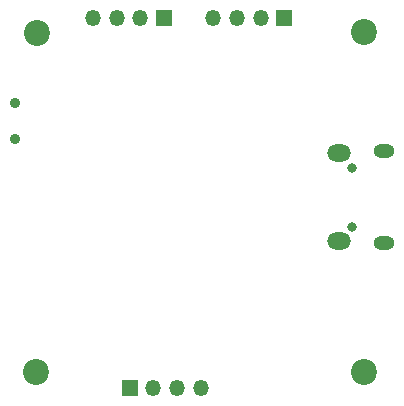
<source format=gbr>
%TF.GenerationSoftware,KiCad,Pcbnew,(6.0.8)*%
%TF.CreationDate,2022-10-13T10:33:28+07:00*%
%TF.ProjectId,1_trial,315f7472-6961-46c2-9e6b-696361645f70,rev?*%
%TF.SameCoordinates,Original*%
%TF.FileFunction,Soldermask,Bot*%
%TF.FilePolarity,Negative*%
%FSLAX46Y46*%
G04 Gerber Fmt 4.6, Leading zero omitted, Abs format (unit mm)*
G04 Created by KiCad (PCBNEW (6.0.8)) date 2022-10-13 10:33:28*
%MOMM*%
%LPD*%
G01*
G04 APERTURE LIST*
%ADD10C,2.200000*%
%ADD11R,1.350000X1.350000*%
%ADD12O,1.350000X1.350000*%
%ADD13C,0.900000*%
%ADD14O,1.800000X1.150000*%
%ADD15O,2.000000X1.450000*%
%ADD16O,0.800000X0.800000*%
G04 APERTURE END LIST*
D10*
%TO.C,H4*%
X123620000Y-29020000D03*
%TD*%
D11*
%TO.C,J2*%
X106670000Y-27770000D03*
D12*
X104670000Y-27770000D03*
X102670000Y-27770000D03*
X100670000Y-27770000D03*
%TD*%
D10*
%TO.C,H1*%
X123620000Y-57770000D03*
%TD*%
%TO.C,H2*%
X95870000Y-57770000D03*
%TD*%
D11*
%TO.C,J3*%
X116870000Y-27770000D03*
D12*
X114870000Y-27770000D03*
X112870000Y-27770000D03*
X110870000Y-27770000D03*
%TD*%
D11*
%TO.C,J1*%
X103800000Y-59150000D03*
D12*
X105800000Y-59150000D03*
X107800000Y-59150000D03*
X109800000Y-59150000D03*
%TD*%
D13*
%TO.C,SW1*%
X94070000Y-35000000D03*
X94070000Y-38000000D03*
%TD*%
D14*
%TO.C,J4*%
X125342600Y-39096000D03*
D15*
X121542600Y-39246000D03*
D14*
X125342600Y-46846000D03*
D15*
X121542600Y-46696000D03*
D16*
X122592600Y-45471000D03*
X122592600Y-40471000D03*
%TD*%
D10*
%TO.C,H3*%
X95910400Y-29032200D03*
%TD*%
M02*

</source>
